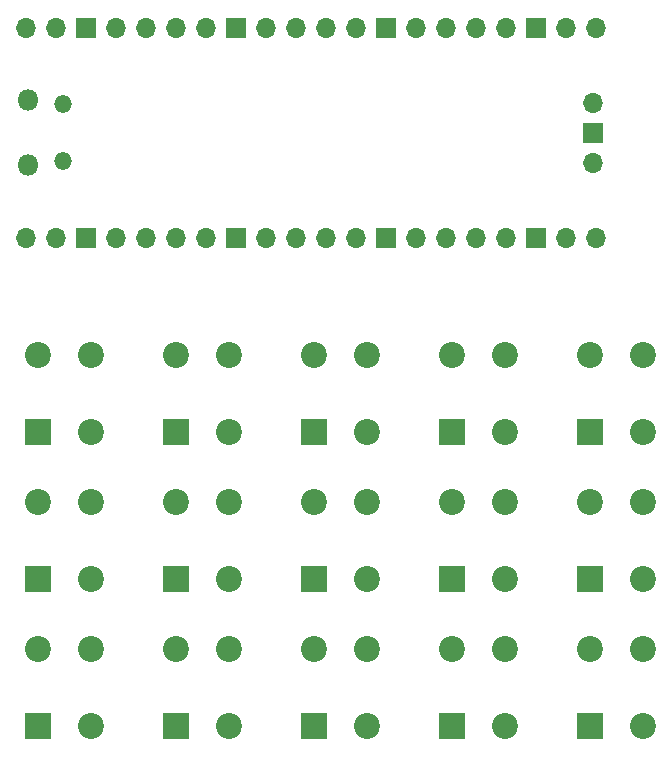
<source format=gbs>
%TF.GenerationSoftware,KiCad,Pcbnew,(6.0.7)*%
%TF.CreationDate,2022-10-18T19:39:03+02:00*%
%TF.ProjectId,15_button_controller,31355f62-7574-4746-9f6e-5f636f6e7472,rev?*%
%TF.SameCoordinates,Original*%
%TF.FileFunction,Soldermask,Bot*%
%TF.FilePolarity,Negative*%
%FSLAX46Y46*%
G04 Gerber Fmt 4.6, Leading zero omitted, Abs format (unit mm)*
G04 Created by KiCad (PCBNEW (6.0.7)) date 2022-10-18 19:39:03*
%MOMM*%
%LPD*%
G01*
G04 APERTURE LIST*
%ADD10R,2.200000X2.200000*%
%ADD11C,2.200000*%
%ADD12O,1.500000X1.500000*%
%ADD13O,1.800000X1.800000*%
%ADD14O,1.700000X1.700000*%
%ADD15R,1.700000X1.700000*%
G04 APERTURE END LIST*
D10*
%TO.C,S3*%
X89154000Y-122630000D03*
D11*
X89154000Y-116130000D03*
X93654000Y-122630000D03*
X93654000Y-116130000D03*
%TD*%
D10*
%TO.C,S10*%
X112522000Y-110184000D03*
D11*
X112522000Y-103684000D03*
X117022000Y-110184000D03*
X117022000Y-103684000D03*
%TD*%
D10*
%TO.C,S4*%
X100838000Y-122630000D03*
D11*
X100838000Y-116130000D03*
X105338000Y-122630000D03*
X105338000Y-116130000D03*
%TD*%
D10*
%TO.C,S8*%
X89154000Y-110184000D03*
D11*
X89154000Y-103684000D03*
X93654000Y-110184000D03*
X93654000Y-103684000D03*
%TD*%
D10*
%TO.C,S11*%
X65786000Y-97738000D03*
D11*
X65786000Y-91238000D03*
X70286000Y-97738000D03*
X70286000Y-91238000D03*
%TD*%
D10*
%TO.C,S2*%
X77470000Y-122630000D03*
D11*
X77470000Y-116130000D03*
X81970000Y-122630000D03*
X81970000Y-116130000D03*
%TD*%
D10*
%TO.C,S15*%
X112522000Y-97738000D03*
D11*
X112522000Y-91238000D03*
X117022000Y-97738000D03*
X117022000Y-91238000D03*
%TD*%
D10*
%TO.C,S14*%
X100838000Y-97738000D03*
D11*
X100838000Y-91238000D03*
X105338000Y-97738000D03*
X105338000Y-91238000D03*
%TD*%
D10*
%TO.C,S9*%
X100838000Y-110184000D03*
D11*
X100838000Y-103684000D03*
X105338000Y-110184000D03*
X105338000Y-103684000D03*
%TD*%
D10*
%TO.C,S7*%
X77470000Y-110184000D03*
D11*
X77470000Y-103684000D03*
X81970000Y-110184000D03*
X81970000Y-103684000D03*
%TD*%
D10*
%TO.C,S12*%
X77470000Y-97738000D03*
D11*
X77470000Y-91238000D03*
X81970000Y-97738000D03*
X81970000Y-91238000D03*
%TD*%
D12*
%TO.C,U1*%
X67930000Y-74815000D03*
D13*
X64900000Y-75115000D03*
X64900000Y-69665000D03*
D12*
X67930000Y-69965000D03*
D14*
X64770000Y-81280000D03*
X67310000Y-81280000D03*
D15*
X69850000Y-81280000D03*
D14*
X72390000Y-81280000D03*
X74930000Y-81280000D03*
X77470000Y-81280000D03*
X80010000Y-81280000D03*
D15*
X82550000Y-81280000D03*
D14*
X85090000Y-81280000D03*
X87630000Y-81280000D03*
X90170000Y-81280000D03*
X92710000Y-81280000D03*
D15*
X95250000Y-81280000D03*
D14*
X97790000Y-81280000D03*
X100330000Y-81280000D03*
X102870000Y-81280000D03*
X105410000Y-81280000D03*
D15*
X107950000Y-81280000D03*
D14*
X110490000Y-81280000D03*
X113030000Y-81280000D03*
X113030000Y-63500000D03*
X110490000Y-63500000D03*
D15*
X107950000Y-63500000D03*
D14*
X105410000Y-63500000D03*
X102870000Y-63500000D03*
X100330000Y-63500000D03*
X97790000Y-63500000D03*
D15*
X95250000Y-63500000D03*
D14*
X92710000Y-63500000D03*
X90170000Y-63500000D03*
X87630000Y-63500000D03*
X85090000Y-63500000D03*
D15*
X82550000Y-63500000D03*
D14*
X80010000Y-63500000D03*
X77470000Y-63500000D03*
X74930000Y-63500000D03*
X72390000Y-63500000D03*
D15*
X69850000Y-63500000D03*
D14*
X67310000Y-63500000D03*
X64770000Y-63500000D03*
X112800000Y-74930000D03*
D15*
X112800000Y-72390000D03*
D14*
X112800000Y-69850000D03*
%TD*%
D10*
%TO.C,S6*%
X65786000Y-110184000D03*
D11*
X65786000Y-103684000D03*
X70286000Y-110184000D03*
X70286000Y-103684000D03*
%TD*%
D10*
%TO.C,S13*%
X89154000Y-97738000D03*
D11*
X89154000Y-91238000D03*
X93654000Y-97738000D03*
X93654000Y-91238000D03*
%TD*%
D10*
%TO.C,S1*%
X65786000Y-122630000D03*
D11*
X65786000Y-116130000D03*
X70286000Y-122630000D03*
X70286000Y-116130000D03*
%TD*%
D10*
%TO.C,S5*%
X112522000Y-122630000D03*
D11*
X112522000Y-116130000D03*
X117022000Y-122630000D03*
X117022000Y-116130000D03*
%TD*%
M02*

</source>
